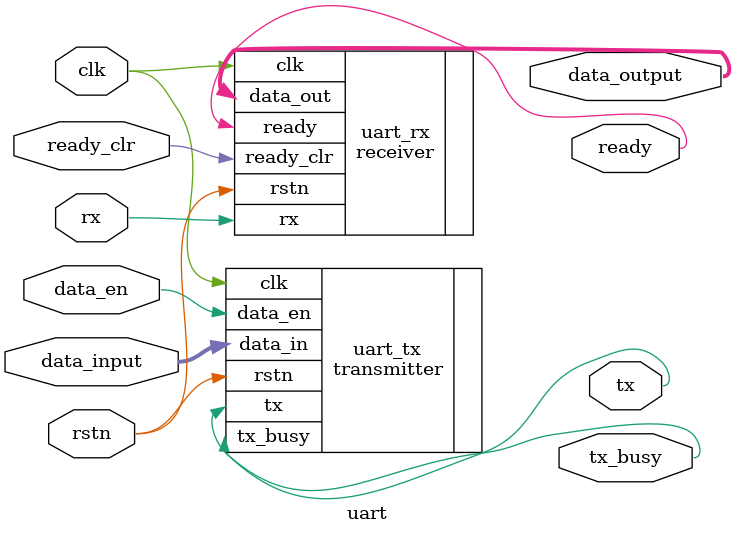
<source format=v>
module uart #(
	parameter CLOCKS_PER_PULSE = 5208,
              DATA_WIDTH = 8
)
(
	input [DATA_WIDTH - 1:0] data_input,
	input data_en,
	input clk,
	input rstn,
	output tx,
	output tx_busy,
	input ready_clr,
	input rx,
	output ready,
    output [DATA_WIDTH -1:0] data_output
);


	transmitter #(.CLOCKS_PER_PULSE(CLOCKS_PER_PULSE)) uart_tx (
		.data_in(data_input),
		.data_en(data_en),
		.clk(clk),
		.rstn(rstn),
		.tx(tx),
		.tx_busy(tx_busy)
	);
	
	receiver #(.CLOCKS_PER_PULSE(CLOCKS_PER_PULSE)) uart_rx (
		.clk(clk),
		.rstn(rstn),
		.ready_clr(ready_clr),
		.rx(rx),
		.ready(ready),
		.data_out(data_output)
	);	
	
	
endmodule
</source>
